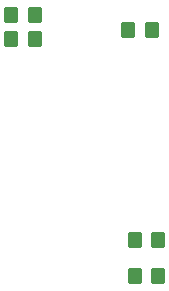
<source format=gbr>
%TF.GenerationSoftware,KiCad,Pcbnew,7.0.10*%
%TF.CreationDate,2024-01-29T09:08:00-07:00*%
%TF.ProjectId,AMPE32T30,414d5045-3332-4543-9330-2e6b69636164,rev?*%
%TF.SameCoordinates,PX76efc10PY5962530*%
%TF.FileFunction,Paste,Top*%
%TF.FilePolarity,Positive*%
%FSLAX46Y46*%
G04 Gerber Fmt 4.6, Leading zero omitted, Abs format (unit mm)*
G04 Created by KiCad (PCBNEW 7.0.10) date 2024-01-29 09:08:00*
%MOMM*%
%LPD*%
G01*
G04 APERTURE LIST*
G04 Aperture macros list*
%AMRoundRect*
0 Rectangle with rounded corners*
0 $1 Rounding radius*
0 $2 $3 $4 $5 $6 $7 $8 $9 X,Y pos of 4 corners*
0 Add a 4 corners polygon primitive as box body*
4,1,4,$2,$3,$4,$5,$6,$7,$8,$9,$2,$3,0*
0 Add four circle primitives for the rounded corners*
1,1,$1+$1,$2,$3*
1,1,$1+$1,$4,$5*
1,1,$1+$1,$6,$7*
1,1,$1+$1,$8,$9*
0 Add four rect primitives between the rounded corners*
20,1,$1+$1,$2,$3,$4,$5,0*
20,1,$1+$1,$4,$5,$6,$7,0*
20,1,$1+$1,$6,$7,$8,$9,0*
20,1,$1+$1,$8,$9,$2,$3,0*%
G04 Aperture macros list end*
%ADD10RoundRect,0.250000X0.350000X0.450000X-0.350000X0.450000X-0.350000X-0.450000X0.350000X-0.450000X0*%
%ADD11RoundRect,0.250000X-0.350000X-0.450000X0.350000X-0.450000X0.350000X0.450000X-0.350000X0.450000X0*%
G04 APERTURE END LIST*
D10*
%TO.C,R1*%
X13938000Y44704000D03*
X11938000Y44704000D03*
%TD*%
D11*
%TO.C,R5*%
X21844000Y43434000D03*
X23844000Y43434000D03*
%TD*%
D10*
%TO.C,R2*%
X13938000Y42672000D03*
X11938000Y42672000D03*
%TD*%
D11*
%TO.C,R3*%
X22384000Y22606000D03*
X24384000Y22606000D03*
%TD*%
D10*
%TO.C,R4*%
X24384000Y25654000D03*
X22384000Y25654000D03*
%TD*%
M02*

</source>
